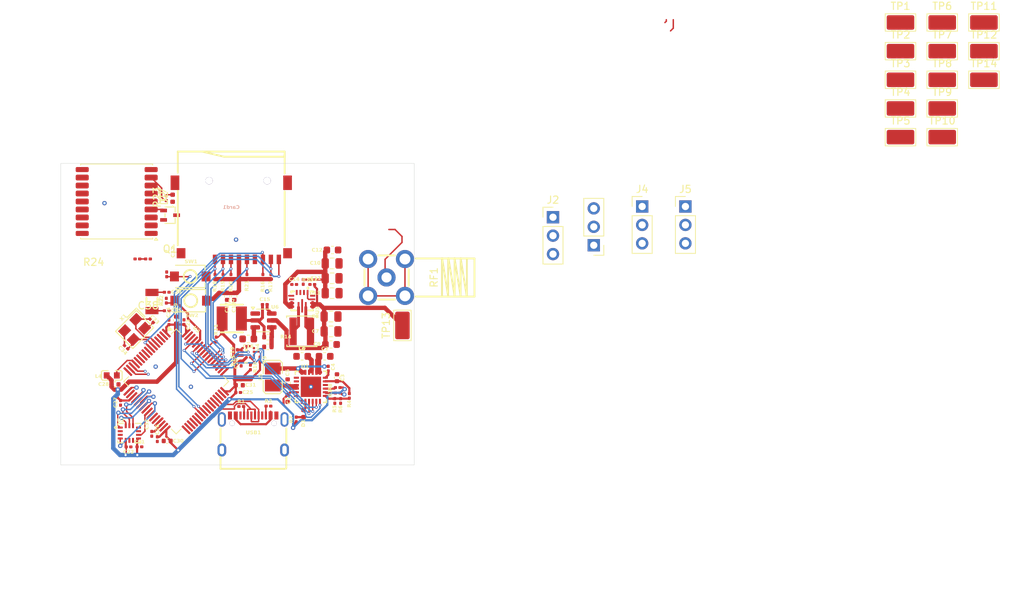
<source format=kicad_pcb>
(kicad_pcb (version 20241229) (generator "pcbnew") (generator_version "9.0")
  (layers (0 "F.Cu" signal) (2 "B.Cu" signal) (13 "F.Paste" user) (15 "B.Paste" user) (5 "F.SilkS" user "F.Silkscreen") (7 "B.SilkS" user "B.Silkscreen") (1 "F.Mask" user) (3 "B.Mask" user) (25 "Edge.Cuts" user))
  (net 0 "")
  (net 1 "VBUS")
  (net 2 "BAT+")
  (net 3 "GND")
  (net 4 "VREGN")
  (net 5 "Net-(U1-BTST)")
  (net 6 "/BTST")
  (net 7 "Net-(C5-Pad1)")
  (net 8 "VSYS")
  (net 9 "+5V")
  (net 10 "Net-(U5-Vaux)")
  (net 11 "Net-(U6-SW)")
  (net 12 "Net-(U6-CB)")
  (net 13 "+3.3V")
  (net 14 "Net-(U3-VCAP_1)")
  (net 15 "/HSE_IN")
  (net 16 "/HSE_OUT")
  (net 17 "/LSE_IN")
  (net 18 "/LSE_OUT")
  (net 19 "/RESET")
  (net 20 "/SD_DAT1")
  (net 21 "/SD_DAT0")
  (net 22 "/SD_CD")
  (net 23 "/SD_DAT2")
  (net 24 "/SD_DAT3")
  (net 25 "/SD_CLK")
  (net 26 "/SD_CMD")
  (net 27 "Net-(D1-K)")
  (net 28 "Net-(D1-A)")
  (net 29 "/SERVO1")
  (net 30 "/SERVO2")
  (net 31 "Net-(U3-VDDA)")
  (net 32 "Net-(U5-L1)")
  (net 33 "Net-(U5-L2)")
  (net 34 "Net-(USB1-CC1)")
  (net 35 "Net-(USB1-CC2)")
  (net 36 "Net-(U1-ILIM)")
  (net 37 "Net-(U1-TS)")
  (net 38 "/BQ_PG")
  (net 39 "/I2C_SDA")
  (net 40 "/I2C_SCL")
  (net 41 "/BQ_INT")
  (net 42 "Net-(U5-EN)")
  (net 43 "Net-(U5-PG)")
  (net 44 "Net-(U6-FB)")
  (net 45 "/BOOT")
  (net 49 "/BQ_CE")
  (net 50 "/ICM_INT1")
  (net 55 "/ICM_CS")
  (net 56 "/ICM_SCK")
  (net 57 "/ICM_INT2")
  (net 59 "/ICM_SDO")
  (net 60 "/ICM_SDI")
  (net 71 "/SERVO4")
  (net 73 "/SERVO3")
  (net 74 "/USB_DP")
  (net 77 "/BMP_INT")
  (net 78 "/USB_DN")
  (net 84 "/UART1_RX")
  (net 85 "/UART3_TX")
  (net 86 "/UART1_TX")
  (net 87 "/UART3_RX")
  (net 88 "/UART6_RX")
  (net 89 "/UART6_TX")
  (net 90 "Net-(C2-Pad1)")
  (net 91 "Net-(C38-Pad2)")
  (net 92 "Net-(D2-A)")
  (net 93 "Net-(D2-K)")
  (net 94 "Net-(RF1-Pad1)")
  (net 95 "/RF")
  (net 99 "Net-(U7-V_BCKP)")
  (net 104 "/PULSE")
  (net 105 "/VCC_RF")
  (footprint "Capacitor_SMD:C_0402_1005Metric" (layer "F.Cu") (at 180.46 118.3 90)
    (property "Reference" "C5")
    (property "Value" "10uF")
  )
  (footprint "Capacitor_SMD:C_0201_0603Metric" (layer "F.Cu") (at 158.2 113.39 135)
    (property "Reference" "C34")
    (property "Value" "20pF")
  )
  (footprint "Resistor_SMD:R_0201_0603Metric" (layer "F.Cu") (at 161.21 101.23)
    (property "Reference" "R24")
    (property "Value" "10")
  )
  (footprint "Resistor_SMD:R_0201_0603Metric" (layer "F.Cu") (at 187.76 120.8 90)
    (property "Reference" "R6")
    (property "Value" "10K")
  )
  (footprint "TestPoint:TestPoint_Keystone_5019_Miniature" (layer "F.Cu") (at 276.42 72.59)
    (property "Reference" "TP12")
    (property "Value" "TestPoint_Flag")
  )
  (footprint "lcsc:CRYSTAL-SMD_4P-L3.2-W2.5-BL" (layer "F.Cu") (at 159.37 110.95 -135)
    (property "Reference" "X1")
    (property "Value" "X322525MOB4SI")
  )
  (footprint "Resistor_SMD:R_0201_0603Metric" (layer "F.Cu") (at 187.36 118.95)
    (property "Reference" "R8")
    (property "Value" "10K")
  )
  (footprint "TestPoint:TestPoint_Keystone_5019_Miniature" (layer "F.Cu") (at 270.67 68.64)
    (property "Reference" "TP6")
    (property "Value" "TestPoint_Flag")
  )
  (footprint "Capacitor_SMD:C_0201_0603Metric" (layer "F.Cu") (at 164.1 109.965 90)
    (property "Reference" "C24")
    (property "Value" "100nF")
  )
  (footprint "Resistor_SMD:R_0201_0603Metric" (layer "F.Cu") (at 163.73 92.85 90)
    (property "Reference" "R23")
    (property "Value" "820")
  )
  (footprint "TestPoint:TestPoint_Keystone_5019_Miniature" (layer "F.Cu") (at 196.28 110.39 90)
    (property "Reference" "TP13")
    (property "Value" "TestPoint_Flag")
  )
  (footprint "TestPoint:TestPoint_Keystone_5019_Miniature" (layer "F.Cu") (at 264.92 72.59)
    (property "Reference" "TP2")
    (property "Value" "TestPoint_Flag")
  )
  (footprint "Resistor_SMD:R_0201_0603Metric" (layer "F.Cu") (at 172.65 103.69 -90)
    (property "Reference" "R20")
    (property "Value" "10K")
  )
  (footprint "RF_GPS:ublox_MAX" (layer "F.Cu") (at 156.9 93.31 180)
    (property "Reference" "U7")
    (property "Value" "MAX-M10S")
  )
  (footprint "lcsc:SOT-323-3_L2.0-W1.3-P1.30-LS2.1-BR" (layer "F.Cu") (at 164.26 95.2 180)
    (property "Reference" "Q1")
    (property "Value" "PDTC114EU,115")
  )
  (footprint "Capacitor_SMD:C_0201_0603Metric" (layer "F.Cu") (at 157.43 121.06 -90)
    (property "Reference" "C27")
    (property "Value" "100nF")
  )
  (footprint "Capacitor_SMD:C_0201_0603Metric" (layer "F.Cu") (at 159.755 101.23)
    (property "Reference" "C38")
    (property "Value" "100nF")
  )
  (footprint "Capacitor_SMD:C_0402_1005Metric" (layer "F.Cu") (at 180.46 120.45 -90)
    (property "Reference" "C1")
    (property "Value" "1uF")
  )
  (footprint "LED_SMD:LED_0402_1005Metric" (layer "F.Cu") (at 164.61 92.8625 90)
    (property "Reference" "D2")
    (property "Value" "LED")
  )
  (footprint "Capacitor_SMD:C_0402_1005Metric" (layer "F.Cu") (at 156.67 118.52)
    (property "Reference" "C28")
    (property "Value" "1uF")
  )
  (footprint "lcsc:USB-C-SMD_TYPE-C-6PIN-2MD-073" (layer "F.Cu") (at 175.71 125.18)
    (property "Reference" "USB1")
    (property "Value" "TYPE-C 16PIN 2MD(073)")
  )
  (footprint "Capacitor_SMD:C_0603_1608Metric" (layer "F.Cu") (at 186.44 113.015)
    (property "Reference" "C9")
    (property "Value" "10uF")
  )
  (footprint "lcsc:VFQFPN-24_L4.0-W4.0-P0.50-BL-EP2.8" (layer "F.Cu") (at 183.66 118.85)
    (property "Reference" "U1")
    (property "Value" "BQ25883RGER")
  )
  (footprint "Capacitor_SMD:C_0201_0603Metric" (layer "F.Cu") (at 173.53 114.07 90)
    (property "Reference" "C19")
    (property "Value" "100nF")
  )
  (footprint "Capacitor_SMD:C_0402_1005Metric" (layer "F.Cu") (at 173.8 118.63)
    (property "Reference" "C31")
    (property "Value" "10uF")
  )
  (footprint "Capacitor_SMD:C_0805_2012Metric" (layer "F.Cu") (at 186.44 109.165)
    (property "Reference" "C8")
    (property "Value" "10uF")
  )
  (footprint "Capacitor_SMD:C_0805_2012Metric" (layer "F.Cu") (at 186.44 111.215)
    (property "Reference" "C7")
    (property "Value" "10uF")
  )
  (footprint "Capacitor_SMD:C_0201_0603Metric" (layer "F.Cu") (at 162.5 126.06 -90)
    (property "Reference" "C26")
    (property "Value" "100nF")
  )
  (footprint "Capacitor_SMD:C_0603_1608Metric" (layer "F.Cu") (at 182.46 114.65 180)
    (property "Reference" "C6")
    (property "Value" "44uF")
  )
  (footprint "LED_SMD:LED_0402_1005Metric" (layer "F.Cu") (at 182.66 122.5325 -90)
    (property "Reference" "D1")
    (property "Value" "LED")
  )
  (footprint "Capacitor_SMD:C_0805_2012Metric" (layer "F.Cu") (at 186.59 101.845)
    (property "Reference" "C10")
    (property "Value" "22uF")
  )
  (footprint "lcsc:SMA-TH_SMA-KWE902" (layer "F.Cu") (at 194.09 103.78 -90)
    (property "Reference" "RF1")
    (property "Value" "SMA-KWE902")
  )
  (footprint "Resistor_SMD:R_0201_0603Metric" (layer "F.Cu") (at 176.655 115.095 -90)
    (property "Reference" "R9")
    (property "Value" "10K")
  )
  (footprint "Connector_PinHeader_2.54mm:PinHeader_1x03_P2.54mm_Vertical" (layer "F.Cu") (at 222.65 99.34 180)
    (property "Reference" "J3" (hide yes))
    (property "Value" "Conn_01x03")
  )
  (footprint "lcsc:LGA-14_L3.0-W2.5-P0.50-TL" (layer "F.Cu") (at 158.65 125.22)
    (property "Reference" "U2")
    (property "Value" "ICM-45686" (hide yes))
  )
  (footprint "lcsc:IND-SMD_L3.0-W3.0" (layer "F.Cu") (at 172.76 109.44)
    (property "Reference" "L7")
    (property "Value" "YHNR3015-5R6M")
  )
  (footprint "Resistor_SMD:R_0201_0603Metric" (layer "F.Cu") (at 181.645 123.35 -90)
    (property "Reference" "R7")
    (property "Value" "10K")
  )
  (footprint "Resistor_SMD:R_0201_0603Metric" (layer "F.Cu") (at 183.855 104.745)
    (property "Reference" "R12")
    (property "Value" "10K")
  )
  (footprint "Capacitor_SMD:C_0402_1005Metric" (layer "F.Cu") (at 163.86 126.31 180)
    (property "Reference" "C30")
    (property "Value" "1uF")
  )
  (footprint "TestPoint:TestPoint_Keystone_5019_Miniature" (layer "F.Cu") (at 276.42 68.64)
    (property "Reference" "TP11")
    (property "Value" "TestPoint_Flag")
  )
  (footprint "Capacitor_SMD:C_0402_1005Metric" (layer "F.Cu") (at 187.26 117.6 90)
    (property "Reference" "C3")
    (property "Value" "10uF")
  )
  (footprint "Resistor_SMD:R_0201_0603Metric" (layer "F.Cu") (at 188.96 120.1 90)
    (property "Reference" "R4")
    (property "Value" "5.23K")
  )
  (footprint "Resistor_SMD:R_0201_0603Metric" (layer "F.Cu") (at 187.37 119.7)
    (property "Reference" "R3")
    (property "Value" "383")
  )
  (footprint "Capacitor_SMD:C_0603_1608Metric" (layer "F.Cu") (at 186.64 99.995)
    (property "Reference" "C12")
    (property "Value" "10uF")
  )
  (footprint "Capacitor_SMD:C_0201_0603Metric" (layer "F.Cu") (at 161.73 125.33 -90)
    (property "Reference" "C32")
    (property "Value" "2.2uF")
  )
  (footprint "Connector_PinHeader_2.54mm:PinHeader_1x03_P2.54mm_Vertical" (layer "F.Cu") (at 217.03 95.48)
    (property "Reference" "J2")
    (property "Value" "Conn_01x03")
  )
  (footprint "lcsc:VQFN-HR-15_L3.0-W2.5-P0.50-BL_TPS63070RNMR" (layer "F.Cu") (at 182.46 106.87 180)
    (property "Reference" "U5")
    (property "Value" "TPS63070RNMR")
  )
  (footprint "lcsc:IND-SMD_L4.0-W4.0-A" (layer "F.Cu") (at 182.41 111.2)
    (property "Reference" "L6")
    (property "Value" "XFL4020-152MEC")
  )
  (footprint "TestPoint:TestPoint_Keystone_5019_Miniature" (layer "F.Cu") (at 276.42 76.54)
    (property "Reference" "TP14")
    (property "Value" "TestPoint_Flag")
  )
  (footprint "Resistor_SMD:R_0201_0603Metric" (layer "F.Cu") (at 177.81 121.5125)
    (property "Reference" "R2")
    (property "Value" "5.1K")
  )
  (footprint "TestPoint:TestPoint_Keystone_5019_Miniature" (layer "F.Cu") (at 264.92 68.64)
    (property "Reference" "TP1")
    (property "Value" "TestPoint_Flag")
  )
  (footprint "Package_QFP:LQFP-64_10x10mm_P0.5mm" (layer "F.Cu") (at 165.1 118.115 -45)
    (property "Reference" "U3")
    (property "Value" "STM32F722RETx")
  )
  (footprint "TestPoint:TestPoint_Keystone_5019_Miniature" (layer "F.Cu") (at 264.92 76.54)
    (property "Reference" "TP3")
    (property "Value" "TestPoint_Flag")
  )
  (footprint "Capacitor_SMD:C_0201_0603Metric" (layer "F.Cu") (at 161.71 109.75 -45)
    (property "Reference" "C33")
    (property "Value" "20pF")
  )
  (footprint "lcsc:L0603" (layer "F.Cu") (at 156.22 117.28 180)
    (property "Reference" "L4")
    (property "Value" "FCM1608KF-601T03")
  )
  (footprint "Capacitor_SMD:C_0201_0603Metric" (layer "F.Cu") (at 174.055 115.645 -90)
    (property "Reference" "C20")
    (property "Value" "100nF")
  )
  (footprint "TestPoint:TestPoint_Keystone_5019_Miniature" (layer "F.Cu") (at 264.92 80.49)
    (property "Reference" "TP4")
    (property "Value" "TestPoint_Flag")
  )
  (footprint "Capacitor_SMD:C_0201_0603Metric" (layer "F.Cu") (at 163.79 103.35 -90)
    (property "Reference" "C37")
    (property "Value" "100nF")
  )
  (footprint "Resistor_SMD:R_0201_0603Metric" (layer "F.Cu") (at 171.55 103.69 -90)
    (property "Reference" "R19")
    (property "Value" "10K")
  )
  (footprint "lcsc:SW-SMD_L3.9-W3.0-P4.45" (layer "F.Cu") (at 167.04 103.64 180)
    (property "Reference" "SW1")
    (property "Value" "TS-1088-AR02016" (hide yes))
  )
  (footprint "Capacitor_SMD:C_0201_0603Metric" (layer "F.Cu") (at 160.03 127.12)
    (property "Reference" "C21")
    (property "Value" "100nF")
  )
  (footprint "Resistor_SMD:R_0201_0603Metric" (layer "F.Cu") (at 178.15 103.69 -90)
    (property "Reference" "R17")
    (property "Value" "10K")
  )
  (footprint "Resistor_SMD:R_0201_0603Metric" (layer "F.Cu") (at 170.45 103.69 -90)
    (property "Reference" "R18")
    (property "Value" "10K")
  )
  (footprint "Resistor_SMD:R_0402_1005Metric" (layer "F.Cu") (at 177.7325 112.0025 180)
    (property "Reference" "R14")
    (property "Value" "100K")
  )
  (footprint "lcsc:L2520" (layer "F.Cu") (at 178.41 117.5 -90)
    (property "Reference" "L5")
    (property "Value" "DFE252012F-1R0M=P2")
  )
  (footprint "Capacitor_SMD:C_0402_1005Metric" (layer "F.Cu") (at 172.12 106.39 -90)
    (property "Reference" "C17")
    (property "Value" "22uF" (hide yes))
  )
  (footprint "TestPoint:TestPoint_Keystone_5019_Miniature" (layer "F.Cu") (at 270.67 76.54)
    (property "Reference" "TP8")
    (property "Value" "TestPoint_Flag")
  )
  (footprint "TestPoint:TestPoint_Keystone_5019_Miniature" (layer "F.Cu") (at 264.92 84.44)
    (property "Reference" "TP5")
    (property "Value" "TestPoint_Flag")
  )
  (footprint "lcsc:FC-135R_L3.2-W1.5" (layer "F.Cu") (at 161.76 107.095 90)
    (property "Reference" "X2")
    (property "Value" "Q13FC1350000400")
  )
  (footprint "lcsc:TF-SMD_TF-01A" (layer "F.Cu") (at 172.69 96.01 180)
    (property "Reference" "Card1")
    (property "Value" "TF-01A")
  )
  (footprint "Capacitor_SMD:C_0201_0603Metric" (layer "F.Cu") (at 186.06 116.35 -90)
    (property "Reference" "C4")
    (property "Value" "47nF")
  )
  (footprint "Resistor_SMD:R_0201_0603Metric" (layer "F.Cu") (at 186.96 120.8 90)
    (property "Reference" "R5")
    (property "Value" "30.1K")
  )
  (footprint "Capacitor_SMD:C_0402_1005Metric" (layer "F.Cu") (at 165.1 109.665 90)
    (property "Reference" "C29")
    (property "Value" "1uF")
  )
  (footprint "Capacitor_SMD:C_0201_0603Metric" (layer "F.Cu") (at 163.795 108.37)
    (property "Reference" "C35")
    (property "Value" "6.8pF")
  )
  (footprint "lcsc:LGA-10_L2.0-W2.0-P0.50-TL_BMP580" (layer "F.Cu") (at 175.03 114.02 90)
    (property "Reference" "U4")
    (property "Value" "BMP580")
  )
  (footprint "Capacitor_SMD:C_0201_0603Metric" (layer "F.Cu") (at 163.795 105.82)
    (property "Reference" "C36")
    (property "Value" "6.8pF")
  )
  (footprint "Package_TO_SOT_SMD:SOT-23-6" (layer "F.Cu") (at 177.1325 109.7025)
    (property "Reference" "U6")
    (property "Value" "LMR51430")
  )
  (footprint "Connector_PinHeader_2.54mm:PinHeader_1x03_P2.54mm_Vertical" (layer "F.Cu") (at 235.28 94)
    (property "Reference" "J5")
    (property "Value" "Conn_01x03")
  )
  (footprint "Resistor_SMD:R_0201_0603Metric" (layer "F.Cu") (at 174.85 103.69 -90)
    (property "Reference" "R21")
    (property "Value" "10K")
  )
  (footprint "TestPoint:TestPoint_Keystone_5019_Miniature" (layer "F.Cu") (at 270.67 84.44)
    (property "Reference" "TP10")
    (property "Value" "TestPoint_Flag")
  )
  (footprint "Capacitor_SMD:C_0201_0603Metric" (layer "F.Cu") (at 181.36 104.745 180)
    (property "Reference" "C14")
    (property "Value" "100nF")
  )
  (footprint "TestPoint:TestPoint_Keystone_5019_Miniature" (layer "F.Cu") (at 270.67 80.49)
    (property "Reference" "TP9")
    (property "Value" "TestPoint_Flag")
  )
  (footprint "Resistor_SMD:R_0402_1005Metric" (layer "F.Cu") (at 177.7325 113.3525)
    (property "Reference" "R15")
    (property "Value" "22.1K")
  )
  (footprint "Capacitor_SMD:C_0201_0603Metric" (layer "F.Cu") (at 166.175 109.94 90)
    (property "Reference" "C23")
    (property "Value" "100nF")
  )
  (footprint "Capacitor_SMD:C_0805_2012Metric" (layer "F.Cu") (at 186.59 103.895)
    (property "Reference" "C11")
    (property "Value" "22uF")
  )
  (footprint "Resistor_SMD:R_0201_0603Metric" (layer "F.Cu") (at 182.61 104.395 -90)
    (property "Reference" "R13")
    (property "Value" "10K")
  )
  (footprint "Capacitor_SMD:C_0201_0603Metric" (layer "F.Cu") (at 158.53 127.13)
    (property "Reference" "C22")
    (property "Value" "100nF")
  )
  (footprint "Resistor_SMD:R_0201_0603Metric" (layer "F.Cu") (at 163.74 106.98 -90)
    (property "Reference" "R22")
    (property "Value" "10K")
  )
  (footprint "Resistor_SMD:R_0201_0603Metric" (layer "F.Cu") (at 174.065 121.5625 180)
    (property "Reference" "R1")
    (property "Value" "5.1K")
  )
  (footprint "Capacitor_SMD:C_0402_1005Metric" (layer "F.Cu") (at 173.1 106.39 -90)
    (property "Reference" "C18")
    (property "Value" "22uF" (hide yes))
  )
  (footprint "Resistor_SMD:R_0201_0603Metric" (layer "F.Cu") (at 170.61 112.325 90)
    (property "Reference" "R11")
    (property "Value" "10K")
  )
  (footprint "Capacitor_SMD:C_0201_0603Metric" (layer "F.Cu") (at 177.3125 107.5025 180)
    (property "Reference" "C15")
    (property "Value" "100nF")
  )
  (footprint "lcsc:SW-SMD_L3.9-W3.0-P4.45" (layer "F.Cu") (at 167.1 106.98 180)
    (property "Reference" "SW2")
    (property "Value" "TS-1088-AR02016" (hide yes))
  )
  (footprint "Capacitor_SMD:C_0805_2012Metric" (layer "F.Cu") (at 186.59 105.945)
    (property "Reference" "C13")
    (property "Value" "22uF")
  )
  (footprint "Capacitor_SMD:C_0201_0603Metric" (layer "F.Cu") (at 173.635 119.63)
    (property "Reference" "C25")
    (property "Value" "100nF" (hide yes))
  )
  (footprint "Resistor_SMD:R_0201_0603Metric" (layer "F.Cu") (at 177.05 103.69 -90)
    (property "Reference" "R16")
    (property "Value" "10K")
  )
  (footprint "Capacitor_SMD:C_0603_1608Metric" (layer "F.Cu") (at 185.56 114.65)
    (property "Reference" "C2")
    (property "Value" "10uF")
  )
  (footprint "Resistor_SMD:R_0201_0603Metric" (layer "F.Cu") (at 175.33 116.17 -90)
    (property "Reference" "R10")
    (property "Value" "10K")
  )
  (footprint "Capacitor_SMD:C_0603_1608Metric" (layer "F.Cu") (at 175.0325 112.2525 180)
    (property "Reference" "C16")
    (property "Value" "2.2uF")
  )
  (footprint "Connector_PinHeader_2.54mm:PinHeader_1x03_P2.54mm_Vertical" (layer "F.Cu") (at 229.32 94)
    (property "Reference" "J4")
    (property "Value" "Conn_01x03")
  )
  (footprint "TestPoint:TestPoint_Keystone_5019_Miniature" (layer "F.Cu") (at 270.67 72.59)
    (property "Reference" "TP7")
    (property "Value" "TestPoint_Flag")
  )
  (gr_rect (start 149.19 88.0675) (end 197.91 129.6175) (stroke (width 0.05)) (fill no) (layer "Edge.Cuts"))
  (segment (start 233.61 68.26) (end 233.61 69.42) (width 0.2) (layer "F.Cu") (net 0))
  (segment (start 233.23 69.8) (end 233.61 69.42) (width 0.2) (layer "F.Cu") (net 0))
  (segment (start 232.65 68.26) (end 232.65 68.46) (width 0.2) (layer "F.Cu") (net 0))
  (segment (start 232.65 68.46) (end 232.46 68.65) (width 0.2) (layer "F.Cu") (net 0))
  (segment (start 173.31 123.348) (end 173.31 122.8) (width 0.3) (layer "F.Cu") (net 1))
  (segment (start 178.11 123.378636) (end 178.11 122.8) (width 0.3) (layer "F.Cu") (net 1))
  (segment (start 173.964 124.002) (end 173.31 123.348) (width 0.3) (layer "F.Cu") (net 1))
  (segment (start 180.46 120.015) (end 180.46 119.97) (width 0.3) (layer "F.Cu") (net 1))
  (segment (start 178.11 122.273) (end 178.11 122.8) (width 0.3) (layer "F.Cu") (net 1))
  (segment (start 178.11 123.378636) (end 177.486636 124.002) (width 0.3) (layer "F.Cu") (net 1))
  (segment (start 180.83 119.6) (end 180.46 119.97) (width 0.3) (layer "F.Cu") (net 1))
  (segment (start 177.486636 124.002) (end 173.964 124.002) (width 0.3) (layer "F.Cu") (net 1))
  (segment (start 179.899 120.531) (end 179.899 121.284) (width 0.3) (layer "F.Cu") (net 1))
  (segment (start 181.66 119.6) (end 180.83 119.6) (width 0.3) (layer "F.Cu") (net 1))
  (segment (start 180.46 119.97) (end 179.899 120.531) (width 0.3) (layer "F.Cu") (net 1))
  (segment (start 185.145 107.755) (end 185.361 107.971) (width 0.6) (layer "F.Cu") (net 2))
  (segment (start 185.361 107.971) (end 193.861 107.971) (width 0.6) (layer "F.Cu") (net 2))
  (segment (start 185.179 113.501) (end 185.665 113.015) (width 0.6) (layer "F.Cu") (net 2))
  (segment (start 184.084 107.5) (end 183.91 107.326) (width 0.6) (layer "F.Cu") (net 2))
  (segment (start 184.89 107.5) (end 184.21 107.5) (width 0.6) (layer "F.Cu") (net 2))
  (segment (start 185.665 111.39) (end 185.49 111.215) (width 0.6) (layer "F.Cu") (net 2))
  (segment (start 184.21 107.5) (end 183.91 107.8) (width 0.6) (layer "F.Cu") (net 2))
  (segment (start 180.309 113.501) (end 185.179 113.501) (width 0.6) (layer "F.Cu") (net 2))
  (segment (start 184.175 104.745) (end 184.175 105.025) (width 0.3) (layer "F.Cu") (net 2))
  (segment (start 185.49 108.1) (end 185.145 107.755) (width 0.6) (layer "F.Cu") (net 2))
  (segment (start 193.861 107.971) (end 196.28 110.39) (width 0.6) (layer "F.Cu") (net 2))
  (segment (start 178.27 109.7025) (end 178.932499 109.7025) (width 0.6) (layer "F.Cu") (net 2))
  (segment (start 178.809 109.7025) (end 178.27 109.7025) (width 0.6) (layer "F.Cu") (net 2))
  (segment (start 184.511 105.361) (end 184.511 107.199) (width 0.3) (layer "F.Cu") (net 2))
  (segment (start 175.8075 112.2525) (end 175.8075 110.84) (width 0.6) (layer "F.Cu") (net 2))
  (segment (start 178.932499 109.7025) (end 180.309 111.079001) (width 0.6) (layer "F.Cu") (net 2))
  (segment (start 185.665 113.015) (end 185.665 111.39) (width 0.6) (layer "F.Cu") (net 2))
  (segment (start 185.145 107.755) (end 184.89 107.5) (width 0.6) (layer "F.Cu") (net 2))
  (segment (start 185.49 111.215) (end 185.49 109.165) (width 0.6) (layer "F.Cu") (net 2))
  (segment (start 185.49 109.165) (end 185.49 108.1) (width 0.6) (layer "F.Cu") (net 2))
  (segment (start 184.511 107.199) (end 184.21 107.5) (width 0.3) (layer "F.Cu") (net 2))
  (segment (start 175.8075 110.84) (end 175.995 110.6525) (width 0.6) (layer "F.Cu") (net 2))
  (segment (start 180.309 111.079001) (end 180.309 113.501) (width 0.6) (layer "F.Cu") (net 2))
  (segment (start 184.175 105.025) (end 184.511 105.361) (width 0.3) (layer "F.Cu") (net 2))
  (segment (start 157.973726 111.144193) (end 157.991142 111.126777) (width 0.2) (layer "F.Cu") (net 3))
  (segment (start 188.267182 119.902818) (end 187.982818 119.902818) (width 0.3) (layer "F.Cu") (net 3))
  (segment (start 174.02 113.75) (end 174.25 113.52) (width 0.3) (layer "F.Cu") (net 3))
  (segment (start 187.78 119.7) (end 187.69 119.7) (width 0.3) (layer "F.Cu") (net 3))
  (segment (start 161.139325 110.773223) (end 161.936274 109.976274) (width 0.2) (layer "F.Cu") (net 3))
  (segment (start 160.748858 110.773223) (end 161.139325 110.773223) (width 0.2) (layer "F.Cu") (net 3))
  (segment (start 157.973726 113.163726) (end 157.973726 111.144193) (width 0.2) (layer "F.Cu") (net 3))
  (segment (start 187.982818 119.902818) (end 187.78 119.7) (width 0.3) (layer "F.Cu") (net 3))
  (segment (start 173.53 113.75) (end 173.98 113.75) (width 0.3) (layer "F.Cu") (net 3))
  (segment (start 173.98 113.75) (end 174.25 114.02) (width 0.3) (layer "F.Cu") (net 3))
  (segment (start 173.53 113.75) (end 174.02 113.75) (width 0.3) (layer "F.Cu") (net 3))
  (via (at 177.64 105.72) (size 0.6) (drill 0.3) (layers "F.Cu" "B.Cu") (net 3))
  (via (at 183.67 118.85) (size 0.6) (drill 0.3) (layers "F.Cu" "B.Cu") (net 3))
  (via (at 173.16 111.9) (size 0.6) (drill 0.3) (layers "F.Cu" "B.Cu") (net 3))
  (via (at 188.267182 119.902818) (size 0.6) (drill 0.3) (layers "F.Cu" "B.Cu") (net 3))
  (via (at 162.27 116.07) (size 0.6) (drill 0.3) (layers "F.Cu" "B.Cu") (net 3))
  (via (at 155.22 93.535) (size 0.6) (drill 0.3) (layers "F.Cu" "B.Cu") (net 3))
  (via (at 167.13 118.85) (size 0.6) (drill 0.3) (layers "F.Cu" "B.Cu") (net 3))
  (via (at 173.35 98.57) (size 0.6) (drill 0.3) (layers "F.Cu" "B.Cu") (net 3))
  (segment (start 185.68 118.08) (end 185.66 118.1) (width 0.3) (layer "F.Cu") (net 4))
  (segment (start 188.96 119.78) (end 188.96 119.04) (width 0.3) (layer "F.Cu") (net 4))
  (segment (start 188 118.08) (end 187.26 118.08) (width 0.3) (layer "F.Cu") (net 4))
  (segment (start 188.96 119.04) (end 188 118.08) (width 0.3) (layer "F.Cu") (net 4))
  (segment (start 187.26 118.08) (end 185.68 118.08) (width 0.3) (layer "F.Cu") (net 4))
  (segment (start 186.06 116.67) (end 186.06 117.2) (width 0.3) (layer "F.Cu") (net 5))
  (segment (start 186.06 117.2) (end 185.66 117.6) (width 0.3) (layer "F.Cu") (net 5))
  (segment (start 186.06 116.03) (end 185.54 116.03) (width 0.3) (layer "F.Cu") (net 6))
  (segment (start 181.9 116.33) (end 178.41 116.33) (width 0.6) (layer "F.Cu") (net 6))
  (segment (start 182.42 116.85) (end 182.75 116.85) (width 0.6) (layer "F.Cu") (net 6))
  (segment (start 185.54 116.03) (end 185.52 116.05) (width 0.3) (layer "F.Cu") (net 6))
  (segment (start 182.42 116.85) (end 181.9 116.33) (width 0.6) (layer "F.Cu") (net 6))
  (via (at 185.52 116.05) (size 0.6) (drill 0.3) (layers "F.Cu" "B.Cu") (net 6))
  (via (at 181.9 116.33) (size 0.6) (drill 0.3) (layers "F.Cu" "B.Cu") (net 6))
  (segment (start 185.52 116.05) (end 182.18 116.05) (width 0.3) (layer "B.Cu") (net 6))
  (segment (start 182.18 116.05) (end 181.9 116.33) (width 0.3) (layer "B.Cu") (net 6))
  (segment (start 178.41 118.67) (end 180.35 118.67) (width 0.6) (layer "F.Cu") (net 7))
  (segment (start 181.621 118.78) (end 181.66 118.741) (width 0.6) (layer "F.Cu") (net 7))
  (segment (start 180.35 118.67) (end 180.46 118.78) (width 0.6) (layer "F.Cu") (net 7))
  (segment (start 180.46 118.78) (end 181.621 118.78) (width 0.6) (layer "F.Cu") (net 7))
  (segment (start 180.7 118.78) (end 180.879 118.959) (width 0.6) (layer "F.Cu") (net 7))
  (segment (start 180.46 118.78) (end 180.7 118.78) (width 0.6) (layer "F.Cu") (net 7))
  (segment (start 180.879 118.959) (end 181.66 118.959) (width 0.6) (layer "F.Cu") (net 7))
  (segment (start 183.75 115.165) (end 183.75 116.69) (width 0.6) (layer "F.Cu") (net 8))
  (segment (start 183.235 114.65) (end 183.75 115.165) (width 0.6) (layer "F.Cu") (net 8))
  (segment (start 183.75 115.165) (end 183.75 116.51) (width 0.6) (layer "F.Cu") (net 8))
  (segment (start 183.75 116.51) (end 183.551 116.709) (width 0.6) (layer "F.Cu") (net 8))
  (segment (start 180.76 107.55) (end 181.01 107.8) (width 0.6) (layer "F.Cu") (net 9))
  (segment (start 180.633 106.3) (end 181.01 106.3) (width 0.2) (layer "F.Cu") (net 9))
  (segment (start 185.64 103.01) (end 185.64 102.685) (width 0.6) (layer "F.Cu") (net 9))
  (segment (start 185.64 103.895) (end 185.64 103.01) (width 0.6) (layer "F.Cu") (net 9))
  (segment (start 180.14 104.703708) (end 181.833708 103.01) (width 0.6) (layer "F.Cu") (net 9))
  (segment (start 185.64 103.895) (end 185.64 105.945) (width 0.6) (layer "F.Cu") (net 9))
  (segment (start 181.833708 103.01) (end 185.64 103.01) (width 0.6) (layer "F.Cu") (net 9))
  (segment (start 181.01 106.3) (end 180.61 106.3) (width 0.2) (layer "F.Cu") (net 9))
  (segment (start 185.47 102.855) (end 185.64 102.685) (width 0.3) (layer "F.Cu") (net 9))
  (segment (start 185.46 104.075) (end 185.64 103.895) (width 0.3) (layer "F.Cu") (net 9))
  (segment (start 180.733 107.8) (end 180.14 107.207) (width 0.6) (layer "F.Cu") (net 9))
  (segment (start 180.14 107.207) (end 180.14 104.703708) (width 0.6) (layer "F.Cu") (net 9))
  (segment (start 181.01 107.8) (end 180.733 107.8) (width 0.6) (layer "F.Cu") (net 9))
  (segment (start 185.64 100.22) (end 185.865 99.995) (width 0.6) (layer "F.Cu") (net 9))
  (segment (start 182.61 104.075) (end 185.46 104.075) (width 0.3) (layer "F.Cu") (net 9))
  (segment (start 185.64 102.685) (end 185.64 101.845) (width 0.6) (layer "F.Cu") (net 9))
  (segment (start 185.64 101.845) (end 185.64 100.22) (width 0.6) (layer "F.Cu") (net 9))
  (segment (start 180.786 107.55) (end 181.01 107.326) (width 0.6) (layer "F.Cu") (net 9))
  (segment (start 174.3525 109.7025) (end 174.09 109.44) (width 0.4) (layer "F.Cu") (net 11))
  (segment (start 176.349468 109.7025) (end 175.995 109.7025) (width 0.4) (layer "F.Cu") (net 11))
  (segment (start 176.9925 109.3175) (end 176.6075 109.7025) (width 0.4) (layer "F.Cu") (net 11))
  (segment (start 176.9925 107.5025) (end 176.9925 109.3175) (width 0.4) (layer "F.Cu") (net 11))
  (segment (start 177.2225 112.0025) (end 177.2225 110.575532) (width 0.4) (layer "F.Cu") (net 11))
  (segment (start 177.2225 110.575532) (end 176.349468 109.7025) (width 0.4) (layer "F.Cu") (net 11))
  (segment (start 175.995 109.7025) (end 174.3525 109.7025) (width 0.4) (layer "F.Cu") (net 11))
  (segment (start 176.6075 109.7025) (end 175.995 109.7025) (width 0.4) (layer "F.Cu") (net 11))
  (segment (start 177.6325 108.115) (end 178.27 108.7525) (width 0.4) (layer "F.Cu") (net 12))
  (segment (start 177.6325 107.5025) (end 177.6325 108.115) (width 0.4) (layer "F.Cu") (net 12))
  (segment (start 173.75 105.62) (end 173.75 101.515) (width 0.6) (layer "F.Cu") (net 13))
  (segment (start 157.05 119.231) (end 156.591001 119.231) (width 0.6) (layer "F.Cu") (net 13))
  (segment (start 162.7783 125.74) (end 162.5 125.74) (width 0.3) (layer "F.Cu") (net 13))
  (segment (start 175.33 116.49) (end 174.03 117.79) (width 0.3) (layer "F.Cu") (net 13))
  (segment (start 173.855001 115.325) (end 173.18 116.000001) (width 0.4) (layer "F.Cu") (net 13))
  (segment (start 163.738819 124.779481) (end 163.738819 125.708819) (width 0.3) (layer "F.Cu") (net 13))
  (segment (start 173.315 119.63) (end 173.315 118.635) (width 0.3) (layer "F.Cu") (net 13))
  (segment (start 174.055 115.325) (end 173.855001 115.325) (width 0.4) (layer "F.Cu") (net 13))
  (segment (start 159.71 127.12) (end 159.71 126.17) (width 0.3) (layer "F.Cu") (net 13))
  (segment (start 174.255 115.325) (end 174.78 114.8) (width 0.4) (layer "F.Cu") (net 13))
  (segment (start 173.315 119.63) (end 173.315 119.76) (width 0.3) (layer "F.Cu") (net 13))
  (segment (start 170.45 104.01) (end 178.15 104.01) (width 0.6) (layer "F.Cu") (net 13))
  (segment (start 171 105.91) (end 170.18 106.73) (width 0.6) (layer "F.Cu") (net 13))
  (segment (start 159.71 128.22) (end 159.74 128.25) (width 0.3) (layer "F.Cu") (net 13))
  (segment (start 163.1 91.46) (end 163.1 92.01) (width 0.2) (layer "F.Cu") (net 13))
  (segment (start 165.1 115.49) (end 165.1 110.145) (width 0.6) (layer "F.Cu") (net 13))
  (segment (start 181.20965 124.5) (end 181.20965 124.10535) (width 0.3) (layer "F.Cu") (net 13))
  (segment (start 163.738819 110.646181) (end 164.1 110.285) (width 0.3) (layer "F.Cu") (net 13))
  (segment (start 172.12 105.91) (end 173.1 105.91) (width 0.6) (layer "F.Cu") (net 13))
  (segment (start 187.68 118.95) (end 188.092182 118.95) (width 0.3) (layer "F.Cu") (net 13))
  (segment (start 173.53 114.39) (end 173.66 114.52) (width 0.4) (layer "F.Cu") (net 13))
  (segment (start 173.029 113.059) (end 171.43 111.46) (width 0.4) (layer "F.Cu") (net 13))
  (segment (start 156.19 117.95) (end 155.52 117.28) (width 0.6) (layer "F.Cu") (net 13))
  (segment (start 165.215 110.26) (end 165.1 110.145) (width 0.3) (layer "F.Cu") (net 13))
  (segment (start 176.655 115.415) (end 176.655 116.52) (width 0.3) (layer "F.Cu") (net 13))
  (segment (start 188.092182 118.95) (end 188.318591 119.176409) (width 0.3) (layer "F.Cu") (net 13))
  (segment (start 163.738819 111.450519) (end 163.738819 110.646181) (width 0.3) (layer "F.Cu") (net 13))
  (segment (start 173.18 116.000001) (end 173.18 114.74) (width 0.4) (layer "F.Cu") (net 13))
  (segment (start 162.2 91.11) (end 161.65 91.11) (width 0.2) (layer "F.Cu") (net 13))
  (segment (start 171.764481 119.476181) (end 172.473819 119.476181) (width 0.3) (layer "F.Cu") (net 13))
  (segment (start 157.51797 119.231) (end 157.05 119.231) (width 0.6) (layer "F.Cu") (net 13))
  (segment (start 159.71 127.12) (end 159.71 128.22) (width 0.3) (layer "F.Cu") (net 13))
  (segment (start 157.02 120.365) (end 157.02 119.261) (width 0.3) (layer "F.Cu") (net 13))
  (segment (start 159.71 126.17) (end 159.91 125.97) (width 0.3) (layer "F.Cu") (net 13))
  (segment (start 164.1 110.285) (end 164.96 110.285) (width 0.3) (layer "F.Cu") (net 13))
  (segment (start 171.43 111.46) (end 171.43 109.44) (width 0.6) (layer "F.Cu") (net 13))
  (segment (start 173.315 119.685) (end 172.43 120.57) (width 0.3) (layer "F.Cu") (net 13))
  (segment (start 173.18 114.74) (end 173.53 114.39) (width 0.4) (layer "F.Cu") (net 13))
  (segment (start 158.21 128.17) (end 158.13 128.25) (width 0.2) (layer "F.Cu") (net 13))
  (segment (start 156.19 118.829999) (end 156.19 118.52) (width 0.6) (layer "F.Cu") (net 13))
  (segment (start 163.73 93.17) (end 163.530001 93.17) (width 0.2) (layer "F.Cu") (net 13))
  (segment (start 173.315 118.635) (end 173.32 118.63) (width 0.3) (layer "F.Cu") (net 13))
  (segment (start 173.18 117.795) (end 174.03 117.795) (width 0.6) (layer "F.Cu") (net 13))
  (segment (start 158.21 127.13) (end 158.21 128.17) (width 0.2) (layer "F.Cu") (net 13))
  (segment (start 156.591001 119.231) (end 156.19 118.829999) (width 0.6) (layer "F.Cu") (net 13))
  (segment (start 172.473819 119.476181) (end 173.32 118.63) (width 0.3) (layer "F.Cu") (net 13))
  (segment (start 166.175 110.26) (end 165.215 110.26) (width 0.3) (layer "F.Cu") (net 13))
  (segment (start 164.34 126.55) (end 165.3775 127.5875) (width 0.3) (layer "F.Cu") (net 13))
  (segment (start 173.18 117.795) (end 173.18 118.49) (width 0.4) (layer "F.Cu") (net 13))
  (segment (start 170.18 106.73) (end 169.53 106.73) (width 0.6) (layer "F.Cu") (net 13))
  (segment (start 170.61 112.005) (end 170.885 112.005) (width 0.2) (layer "F.Cu") (net 13))
  (segment (start 164.34 126.31) (end 164.34 126.55) (width 0.3) (layer "F.Cu") (net 13))
  (segment (start 163.738819 124.779481) (end 162.7783 125.74) (width 0.3) (layer "F.Cu") (net 13))
  (segment (start 166.461181 110.546181) (end 166.175 110.26) (width 0.3) (layer "F.Cu") (net 13))
  (segment (start 173.46 105.91) (end 173.75 105.62) (width 0.6) (layer "F.Cu") (net 13))
  (segment (start 169.53 106.73) (end 169.28 106.98) (width 0.6) (layer "F.Cu") (net 13))
  (segment (start 162.45 118.14) (end 165.1 115.49) (width 0.6) (layer "F.Cu") (net 13))
  (segment (start 170.885 112.005) (end 171.43 111.46) (width 0.2) (layer "F.Cu") (net 13))
  (segment (start 173.18 118.49) (end 173.32 118.63) (width 0.4) (layer "F.Cu") (net 13))
  (segment (start 163.530001 93.17) (end 163.1 92.739999) (width 0.2) (layer "F.Cu") (net 13))
  (segment (start 163.1 92.739999) (end 163.1 92.01) (width 0.2) (layer "F.Cu") (net 13))
  (segment (start 173.66 114.52) (end 174.25 114.52) (width 0.4) (layer "F.Cu") (net 13))
  (segment (start 157.02 120.365) (end 157.055 120.365) (width 0.3) (layer "F.Cu") (net 13))
  (segment (start 174.03 117.79) (end 174.03 117.795) (width 0.3) (layer "F.Cu") (net 13))
  (segment (start 176.655 116.52) (end 175.38 117.795) (width 0.3) (layer "F.Cu") (net 13))
  (segment (start 157.43 120.74) (end 158.585912 120.74) (width 0.3) (layer "F.Cu") (net 13))
  (segment (start 157.02 119.261) (end 157.05 119.231) (width 0.3) (layer "F.Cu") (net 13))
  (segment (start 158.15 126.23) (end 158.15 127.15916) (width 0.3) (layer "F.Cu") (net 13))
  (segment (start 173.18 116.000001) (end 173.18 117.795) (width 0.4) (layer "F.Cu") (net 13))
  (segment (start 171 105.91) (end 172.12 105.91) (width 0.6) (layer "F.Cu") (net 13))
  (segment (start 173.18 114.74) (end 173.029 114.589) (width 0.4) (layer "F.Cu") (net 13))
  (segment (start 163.1 92.01) (end 162.2 91.11) (width 0.2) (layer "F.Cu") (net 13))
  (segment (start 161.65 90.01) (end 163.1 91.46) (width 0.2) (layer "F.Cu") (net 13))
  (segment (start 158.585912 120.74) (end 159.142625 120.183287) (width 0.3) (layer "F.Cu") (net 13))
  (segment (start 173.029 114.589) (end 173.029 113.059) (width 0.4) (layer "F.Cu") (net 13))
  (segment (start 163.738819 125.708819) (end 164.34 126.31) (width 0.3) (layer "F.Cu") (net 13))
  (segment (start 156.19 118.52) (end 156.19 117.95) (width 0.6) (layer "F.Cu") (net 13))
  (segment (start 164.96 110.285) (end 165.1 110.145) (width 0.3) (layer "F.Cu") (net 13))
  (segment (start 181.20965 124.10535) (end 181.645 123.67) (width 0.3) (layer "F.Cu") (net 13))
  (segment (start 173.1 105.91) (end 173.46 105.91) (width 0.6) (layer "F.Cu") (net 13))
  (segment (start 157.055 120.365) (end 157.43 120.74) (width 0.3) (layer "F.Cu") (net 13))
  (segment (start 158.60897 118.14) (end 157.51797 119.231) (width 0.6) (layer "F.Cu") (net 13))
  (segment (start 174.03 117.795) (end 175.38 117.795) (width 0.6) (layer "F.Cu") (net 13))
  (segment (start 173.315 119.63) (end 173.315 119.685) (width 0.3) (layer "F.Cu") (net 13))
  (segment (start 166.461181 111.450519) (end 166.461181 110.546181) (width 0.3) (layer "F.Cu") (net 13))
  (segment (start 162.45 118.14) (end 158.60897 118.14) (width 0.6) (layer "F.Cu") (net 13))
  (segment (start 174.055 115.325) (end 174.255 115.325) (width 0.4) (layer "F.Cu") (net 13))
  (via (at 172.43 120.57) (size 0.6) (drill 0.3) (layers "F.Cu" "B.Cu") (net 13))
  (via (at 188.318591 119.176409) (size 0.6) (drill 0.3) (layers "F.Cu" "B.Cu") (net 13))
  (via (at 158.13 128.25) (size 0.6) (drill 0.3) (layers "F.Cu" "B.Cu") (net 13))
  (via (at 157.05 119.231) (size 0.6) (drill 0.3) (layers "F.Cu" "B.Cu") (net 13))
  (via (at 181.20965 124.5) (size 0.6) (drill 0.3) (layers "F.Cu" "B.Cu") (net 13))
  (via (at 165.3775 127.5875) (size 0.6) (drill 0.3) (layers "F.Cu" "B.Cu") (net 13))
  (via (at 159.74 128.25) (size 0.6) (drill 0.3) (layers "F.Cu" "B.Cu") (net 13))
  (segment (start 183.81 123.46) (end 182.24965 123.46) (width 0.3) (layer "B.Cu") (net 13))
  (segment (start 170.17 122.83) (end 170.135 122.83) (width 0.6) (layer "B.Cu") (net 13))
  (segment (start 185.92 120.29) (end 185.92 121.35) (width 0.3) (layer "B.Cu") (net 13))
  (segment (start 179.09 120.57) (end 172.43 120.57) (width 0.3) (layer "B.Cu") (net 13))
  (segment (start 181.20965 122.68965) (end 179.09 120.57) (width 0.3) (layer "B.Cu") (net 13))
  (segment (start 157.36 128.25) (end 164.715 128.25) (width 0.6) (layer "B.Cu") (net 13))
  (segment (start 156.43 127.32) (end 157.36 128.25) (width 0.6) (layer "B.Cu") (net 13))
  (segment (start 157.05 119.85) (end 156.43 120.47) (width 0.6) (layer "B.Cu") (net 13))
  (segment (start 182.24965 123.46) (end 181.20965 124.5) (width 0.3) (layer "B.Cu") (net 13))
  (segment (start 187.716182 119.674586) (end 186.535414 119.674586) (width 0.3) (layer "B.Cu") (net 13))
  (segment (start 186.535414 119.674586) (end 185.92 120.29) (width 0.3) (layer "B.Cu") (net 13))
  (segment (start 188.318591 119.176409) (end 188.214359 119.176409) (width 0.3) (layer "B.Cu") (net 13))
  (segment (start 181.20965 124.5) (end 181.20965 122.68965) (width 0.3) (layer "B.Cu") (net 13))
  (segment (start 188.214359 119.176409) (end 187.716182 119.674586) (width 0.3) (layer "B.Cu") (net 13))
  (segment (start 164.715 128.25) (end 165.3775 127.5875) (width 0.6) (layer "B.Cu") (net 13))
  (segment (start 170.135 122.83) (end 165.3775 127.5875) (width 0.6) (layer "B.Cu") (net 13))
  (segment (start 185.92 121.35) (end 183.81 123.46) (width 0.3) (layer "B.Cu") (net 13))
  (segment (start 172.43 120.57) (end 170.17 122.83) (width 0.6) (layer "B.Cu") (net 13))
  (segment (start 157.05 119.231) (end 157.05 119.85) (width 0.6) (layer "B.Cu") (net 13))
  (segment (start 156.43 120.47) (end 156.43 127.32) (width 0.6) (layer "B.Cu") (net 13))
  (segment (start 162.094088 125.01) (end 163.031713 124.072375) (width 0.3) (layer "F.Cu") (net 14))
  (segment (start 161.73 125.01) (end 162.094088 125.01) (width 0.3) (layer "F.Cu") (net 14))
  (segment (start 161.483726 109.523726) (end 159.594193 109.523726) (width 0.2) (layer "F.Cu") (net 15))
  (segment (start 159.546777 110.84535) (end 160.729285 112.027858) (width 0.2) (layer "F.Cu") (net 15))
  (segment (start 161.487732 112.027858) (end 162.324606 112.864732) (width 0.2) (layer "F.Cu") (net 15))
  (segment (start 159.744193 109.373726) (end 159.546777 109.571142) (width 0.2) (layer "F.Cu") (net 15))
  (segment (start 160.729285 112.027858) (end 161.487732 112.027858) (width 0.2) (layer "F.Cu") (net 15))
  (segment (start 159.546777 109.571142) (end 159.546777 110.84535) (width 0.2) (layer "F.Cu") (net 15))
  (segment (start 159.594193 109.523726) (end 159.546777 109.571142) (width 0.2) (layer "F.Cu") (net 15))
  (segment (start 161.971052 113.218286) (end 161.953286 113.218286) (width 0.2) (layer "F.Cu") (net 16))
  (segment (start 161.081624 112.328858) (end 161.971052 113.218286) (width 0.2) (layer "F.Cu") (net 16))
  (segment (start 158.426274 113.616274) (end 159.193223 112.849325) (width 0.2) (layer "F.Cu") (net 16))
  (segment (start 159.193223 112.328858) (end 161.081624 112.328858) (width 0.2) (layer "F.Cu") (net 16))
  (segment (start 159.193223 112.849325) (end 159.193223 112.328858) (width 0.2) (layer "F.Cu") (net 16))
  (segment (start 161.785 108.37) (end 161.76 108.345) (width 0.2) (layer "F.Cu") (net 17))
  (segment (start 163.475 108.37) (end 161.785 108.37) (width 0.2) (layer "F.Cu") (net 17))
  (segment (start 161.785 105.82) (end 161.76 105.845) (width 0.2) (layer "F.Cu") (net 18))
  (segment (start 163.475 105.82) (end 161.785 105.82) (width 0.2) (layer "F.Cu") (net 18))
  (segment (start 166.985 103.67) (end 167.015 103.64) (width 0.2) (layer "F.Cu") (net 19))
  (segment (start 160.81283 112.76717) (end 161.617499 113.571839) (width 0.2) (layer "F.Cu") (net 19))
  (segment (start 163.79 103.67) (end 166.985 103.67) (width 0.2) (layer "F.Cu") (net 19))
  (via (at 167.015 103.64) (size 0.4) (drill 0.2) (layers "F.Cu" "B.Cu") (net 19))
  (via (at 160.81283 112.76717) (size 0.4) (drill 0.2) (layers "F.Cu" "B.Cu") (net 19))
  (segment (start 167.015 103.64) (end 164.849 105.806) (width 0.2) (layer "B.Cu") (net 19))
  (segment (start 164.849 105.806) (end 164.849 108.731) (width 0.2) (layer "B.Cu") (net 19))
  (segment (start 164.849 108.731) (end 160.81283 112.76717) (width 0.2) (layer "B.Cu") (net 19))
  (segment (start 178.15 101.515) (end 178.15 102.565) (width 0.2) (layer "F.Cu") (net 20))
  (segment (start 178.15 102.565) (end 178.15 103.37) (width 0.2) (layer "F.Cu") (net 20))
  (segment (start 168.936054 122.304608) (end 168.936054 122.301054) (width 0.2) (layer "F.Cu") (net 20))
  (segment (start 168.936054 122.301054) (end 168.175 121.54) (width 0.2) (layer "F.Cu") (net 20))
  (via (at 168.175 121.54) (size 0.4) (drill 0.2) (layers "F.Cu" "B.Cu") (net 20))
  (via (at 178.15 102.59) (size 0.4) (drill 0.2) (layers "F.Cu" "B.Cu") (net 20))
  (segment (start 171.085 100.865) (end 176.425 100.865) (width 0.2) (layer "B.Cu") (net 20))
  (segment (start 165.47 106.48) (end 171.085 100.865) (width 0.2) (layer "B.Cu") (net 20))
  (segment (start 165.47 118.835) (end 165.47 106.48) (width 0.2) (layer "B.Cu") (net 20))
  (segment (start 176.425 100.865) (end 178.15 102.59) (width 0.2) (layer "B.Cu") (net 20))
  (segment (start 168.175 121.54) (end 165.47 118.835) (width 0.2) (layer "B.Cu") (net 20))
  (segment (start 167.55 121.565) (end 167.55 121.62566) (width 0.2) (layer "F.Cu") (net 21))
  (segment (start 177.05 101.515) (end 177.05 100.39) (width 0.2) (layer "F.Cu") (net 21))
  (segment (start 177.05 100.39) (end 176.975 100.315) (width 0.2) (layer "F.Cu") (net 21))
  (segment (start 177.05 102.565) (end 177.05 103.37) (width 0.2) (layer "F.Cu") (net 21))
  (segment (start 177.05 101.515) (end 177.05 102.565) (width 0.2) (layer "F.Cu") (net 21))
  (segment (start 167.55 121.62566) (end 168.582501 122.658161) (width 0.2) (layer "F.Cu") (net 21))
  (via (at 167.55 121.565) (size 0.4) (drill 0.2) (layers "F.Cu" "B.Cu") (net 21))
  (via (at 176.975 100.315) (size 0.4) (drill 0.2) (layers "F.Cu" "B.Cu") (net 21))
  (segment (start 176.975 100.315) (end 176.825 100.465) (width 0.2) (layer "B.Cu") (net 21))
  (segment (start 165.169 106.431) (end 165.15 106.45) (width 0.2) (layer "B.Cu") (net 21))
  (segment (start 176.825 100.465) (end 171.135 100.465) (width 0.2) (layer "B.Cu") (net 21))
  (segment (start 165.15 119.165) (end 167.55 121.565) (width 0.2) (layer "B.Cu") (net 21))
  (segment (start 170.960322 100.564) (end 165.169 106.355322) (width 0.2) (layer "B.Cu") (net 21))
  (segment (start 171.036 100.564) (end 170.960322 100.564) (width 0.2) (layer "B.Cu") (net 21))
  (segment (start 171.135 100.465) (end 171.036 100.564) (width 0.2) (layer "B.Cu") (net 21))
  (segment (start 165.169 106.355322) (end 165.169 106.431) (width 0.2) (layer "B.Cu") (net 21))
  (segment (start 165.15 106.45) (end 165.15 119.165) (width 0.2) (layer "B.Cu") (net 21))
  (segment (start 179.25 103.64) (end 179.25 101.515) (width 0.2) (layer "F.Cu") (net 22))
  (segment (start 167.55 116.74) (end 167.55 116.72566) (width 0.2) (layer "F.Cu") (net 22))
  (segment (start 167.55 116.72566) (end 169.643161 114.632499) (width 0.2) (layer "F.Cu") (net 22))
  (via (at 179.25 103.64) (size 0.4) (drill 0.2) (layers "F.Cu" "B.Cu") (net 22))
  (via (at 167.55 116.74) (size 0.4) (drill 0.2) (layers "F.Cu" "B.Cu") (net 22))
  (segment (start 165.78 114.97) (end 165.78 106.69) (width 0.2) (layer "B.Cu") (net 22))
  (segment (start 176.175 101.29) (end 178.525 103.64) (width 0.2) (layer "B.Cu") (net 22))
  (segment (start 165.78 106.69) (end 171.18 101.29) (width 0.2) (layer "B.Cu") (net 22))
  (segment (start 171.18 101.29) (end 176.175 101.29) (width 0.2) (layer "B.Cu") (net 22))
  (segment (start 178.525 103.64) (end 179.25 103.64) (width 0.2) (layer "B.Cu") (net 22))
  (segment (start 167.55 116.74) (end 165.78 114.97) (width 0.2) (layer "B.Cu") (net 22))
  (segment (start 170.45 102.59) (end 170.45 103.37) (width 0.2) (layer "F.Cu") (net 23))
  (segment (start 170.45 101.515) (end 170.45 102.59) (width 0.2) (layer "F.Cu") (net 23))
  (segment (start 171.95 115.14) (end 171.95 115.154088) (width 0.2) (layer "F.Cu") (net 23))
  (segment (start 171.95 115.154088) (end 171.057375 116.046713) (width 0.2) (layer "F.Cu") (net 23))
  (via (at 171.95 115.14) (size 0.4) (drill 0.2) (layers "F.Cu" "B.Cu") (net 23))
  (via (at 170.45 102.59) (size 0.4) (drill 0.2) (layers "F.Cu" "B.Cu") (net 23))
  (segment (start 171.05 115.14) (end 171.95 115.14) (width 0.2) (layer "B.Cu") (net 23))
  (segment (start 170.45 102.59) (end 169.18 103.86) (width 0.2) (layer "B.Cu") (net 23))
  (segment (start 169.18 113.27) (end 171.05 115.14) (width 0.2) (layer "B.Cu") (net 23))
  (segment (start 169.18 103.86) (end 169.18 113.27) (width 0.2) (layer "B.Cu") (net 23))
  (segment (start 171.55 101.515) (end 171.55 102.615) (width 0.2) (layer "F.Cu") (net 24))
  (segment (start 170.703821 115.693159) (end 170.703821 115.663576) (width 0.2) (layer "F.Cu") (net 24))
  (segment (start 171.55 102.615) (end 171.55 103.37) (width 0.2) (layer "F.Cu") (net 24))
  (segment (start 170.703821 115.663576) (end 171.627397 114.74) (width 0.2) (layer "F.Cu") (net 24))
  (via (at 171.55 102.59) (size 0.4) (drill 0.2) (layers "F.Cu" "B.Cu") (net 24))
  (via (at 171.627397 114.74) (size 0.4) (drill 0.2) (layers "F.Cu" "B.Cu") (net 24))
  (segment (start 169.481 104.659) (end 169.481 112.946) (width 0.2) (layer "B.Cu") (net 24))
  (segment (start 171.275 114.74) (end 171.627397 114.74) (width 0.2) (layer "B.Cu") (net 24))
  (segment (start 171.55 102.59) (end 169.481 104.659) (width 0.2) (layer "B.Cu") (net 24))
  (segment (start 169.481 112.946) (end 171.275 114.74) (width 0.2) (layer "B.Cu") (net 24))
  (segment (start 174.85 101.515) (end 174.85 102.565) (width 0.2) (layer "F.Cu") (net 25))
  (segment (start 171.54 114.185) (end 171.43633 114.28867) (width 0.2) (layer "F.Cu") (net 25))
  (segment (start 171.43633 114.28867) (end 171.401204 114.28867) (width 0.2) (layer "F.Cu") (net 25))
  (segment (start 171.401204 114.28867) (end 170.350268 115.339606) (width 0.2) (layer "F.Cu") (net 25))
  (segment (start 174.85 102.565) (end 174.85 103.37) (width 0.2) (layer "F.Cu") (net 25))
  (via (at 171.54 114.185) (size 0.4) (drill 0.2) (layers "F.Cu" "B.Cu") (net 25))
  (via (at 174.85 102.59) (size 0.4) (drill 0.2) (layers "F.Cu" "B.Cu") (net 25))
  (segment (start 171.631 114.094) (end 171.54 114.185) (width 0.2) (layer "B.Cu") (net 25))
  (segment (start 171.631 113.586666) (end 171.631 114.094) (width 0.2) (layer "B.Cu") (net 25))
  (segment (start 170.19 112.145666) (end 171.631 113.586666) (width 0.2) (layer "B.Cu") (net 25))
  (segment (start 174.85 102.59) (end 170.19 107.25) (width 0.2) (layer "B.Cu") (net 25))
  (segment (start 170.19 107.25) (end 170.19 112.145666) (width 0.2) (layer "B.Cu") (net 25))
  (segment (start 172.65 102.615) (end 172.65 103.37) (width 0.2) (layer "F.Cu") (net 26))
  (segment (start 172.65 101.515) (end 172.65 102.615) (width 0.2) (layer "F.Cu") (net 26))
  (segment (start 171.23 113.752766) (end 169.996714 114.986052) (width 0.2) (layer "F.Cu") (net 26))
  (via (at 172.65 102.59) (size 0.4) (drill 0.2) (layers "F.Cu" "B.Cu") (net 26))
  (via (at 171.23 113.752766) (size 0.4) (drill 0.2) (layers "F.Cu" "B.Cu") (net 26))
  (segment (start 169.89 105.35) (end 169.89 112.412766) (width 0.2) (layer "B.Cu") (net 26))
  (segment (start 172.65 102.59) (end 169.89 105.35) (width 0.2) (layer "B.Cu") (net 26))
  (segment (start 169.89 112.412766) (end 171.23 113.752766) (width 0.2) (layer "B.Cu") (net 26))
  (segment (start 182.91 120.85) (end 182.91 121.7975) (width 0.3) (layer "F.Cu") (net 27))
  (segment (start 182.91 121.7975) (end 182.66 122.0475) (width 0.3) (layer "F.Cu") (net 27))
  (segment (start 182.6475 123.03) (end 182.66 123.0175) (width 0.3) (layer "F.Cu") (net 28))
  (segment (start 181.645 123.03) (end 182.6475 123.03) (width 0.3) (layer "F.Cu") (net 28))
  (segment (start 159.785912 116.69) (end 160.8 116.69) (width 0.2) (layer "F.Cu") (net 29))
  (segment (start 160.8 116.69) (end 160.825 116.715) (width 0.2) (layer "F.Cu") (net 29))
  (segment (start 159.142625 116.046713) (end 159.785912 116.69) (width 0.2) (layer "F.Cu") (net 29))
  (via (at 160.825 116.715) (size 0.4) (drill 0.2) (layers "F.Cu" "B.Cu") (net 29))
  (segment (start 161.249 117.116) (end 161.25 117.115) (width 0.2) (layer "F.Cu") (net 30))
  (segment (start 159.504806 117.116) (end 161.249 117.116) (width 0.2) (layer "F.Cu") (net 30))
  (segment (start 158.789072 116.400266) (end 159.504806 117.116) (width 0.2) (layer "F.Cu") (net 30))
  (via (at 161.25 117.115) (size 0.4) (drill 0.2) (layers "F.Cu" "B.Cu") (net 30))
  (segment (start 161.25 117.115) (end 161.3 117.065) (width 0.2) (layer "B.Cu") (net 30))
  (segment (start 156.92 117.28) (end 156.92 116.65) (width 0.2) (layer "F.Cu") (net 31))
  (segment (start 159.024256 115.221236) (end 159.496179 115.693159) (width 0.2) (layer "F.Cu") (net 31))
  (segment (start 158.348764 115.221236) (end 159.024256 115.221236) (width 0.2) (layer "F.Cu") (net 31))
  (segment (start 156.92 116.65) (end 158.348764 115.221236) (width 0.2) (layer "F.Cu") (net 31))
  (segment (start 182.96 110.55) (end 183.61 111.2) (width 0.4) (layer "F.Cu") (net 32))
  (segment (start 182.96 107.89) (end 182.96 110.55) (width 0.4) (layer "F.Cu") (net 32))
  (segment (start 181.96 107.89) (end 181.96 110.45) (width 0.4) (layer "F.Cu") (net 33))
  (segment (start 181.96 110.45) (end 181.21 111.2) (width 0.4) (layer "F.Cu") (net 33))
  (segment (start 174.46 121.6375) (end 174.385 121.5625) (width 0.2) (layer "F.Cu") (net 34))
  (segment (start 174.46 122.8) (end 174.46 121.6375) (width 0.2) (layer "F.Cu") (net 34))
  (segment (start 177.46 122.8) (end 177.46 121.5425) (width 0.2) (layer "F.Cu") (net 35))
  (segment (start 177.46 121.5425) (end 177.49 121.5125) (width 0.2) (layer "F.Cu") (net 35))
  (segment (start 185.66 119.6) (end 185.76 119.7) (width 0.3) (layer "F.Cu") (net 36))
  (segment (start 185.76 119.7) (end 186.94 119.7) (width 0.3) (layer "F.Cu") (net 36))
  (segment (start 186.04 120.48) (end 185.66 120.1) (width 0.3) (layer "F.Cu") (net 37))
  (segment (start 188.9 120.48) (end 188.96 120.42) (width 0.3) (layer "F.Cu") (net 37))
  (segment (start 186.67 120.48) (end 186.31 120.48) (width 0.3) (layer "F.Cu") (net 37))
  (segment (start 186.31 120.48) (end 186.04 120.48) (width 0.3) (layer "F.Cu") (net 37))
  (segment (start 186.96 120.48) (end 186.67 120.48) (width 0.3) (layer "F.Cu") (net 37))
  (segment (start 187.76 120.48) (end 188.9 120.48) (width 0.3) (layer "F.Cu") (net 37))
  (segment (start 186.67 120.48) (end 187.76 120.48) (width 0.3) (layer "F.Cu") (net 37))
  (segment (start 186.89 119.1) (end 187.04 118.95) (width 0.3) (layer "F.Cu") (net 38))
  (segment (start 185.66 119.1) (end 186.89 119.1) (width 0.3) (layer "F.Cu") (net 38))
  (segment (start 176.73 114.7) (end 176.655 114.775) (width 0.2) (layer "F.Cu") (net 39))
  (segment (start 167.3 114.14) (end 168.221714 113.218286) (width 0.2) (layer "F.Cu") (net 39))
  (segment (start 183.91 122.24) (end 183.92 122.25) (width 0.2) (layer "F.Cu") (net 39))
  (segment (start 167.3 114.165) (end 167.3 114.14) (width 0.2) (layer "F.Cu") (net 39))
  (segment (start 176.73 114.02) (end 176.73 114.7) (width 0.2) (layer "F.Cu") (net 39))
  (segment (start 176.73 114.02) (end 175.81 114.02) (width 0.2) (layer "F.Cu") (net 39))
  (segment (start 183.91 120.85) (end 183.91 122.24) (width 0.2) (layer "F.Cu") (net 39))
  (segment (start 168.221714 113.218286) (end 168.228948 113.218286) (width 0.2) (layer "F.Cu") (net 39))
  (via (at 176.73 114.02) (size 0.4) (drill 0.2) (layers "F.Cu" "B.Cu") (net 39))
  (via (at 183.92 122.25) (size 0.4) (drill 0.2) (layers "F.Cu" "B.Cu") (net 39))
  (via (at 167.3 114.165) (size 0.4) (drill 0.2) (layers "F.Cu" "B.Cu") (net 39))
  (segment (start 167.3 114.165) (end 167.3 114.265) (width 0.2) (layer "B.Cu") (net 39))
  (segment (start 183.92 122.25) (end 183.69 122.25) (width 0.2) (layer "B.Cu") (net 39))
  (segment (start 172.82 116.22) (end 173.494 115.546) (width 0.2) (layer "B.Cu") (net 39))
  (segment (start 169.255 116.22) (end 171.68 116.22) (width 0.2) (layer "B.Cu") (net 39))
  (segment (start 176.73 115.29) (end 176.73 114.8371) (width 0.2) (layer "B.Cu") (net 39))
  (segment (start 183.69 122.25) (end 176.73 115.29) (width 0.2) (layer "B.Cu") (net 39))
  (segment (start 169.655 116.22) (end 169.255 116.22) (width 0.2) (layer "B.Cu") (net 39))
  (segment (start 176.0211 115.546) (end 176.73 114.8371) (width 0.2) (layer "B.Cu") (net 39))
  (segment (start 167.3 114.265) (end 169.255 116.22) (width 0.2) (layer "B.Cu") (net 39))
  (segment (start 173.494 115.546) (end 176.0211 115.546) (width 0.2) (layer "B.Cu") (net 39))
  (segment (start 171.68 116.22) (end 172.82 116.22) (width 0.2) (layer "B.Cu") (net 39))
  (segment (start 176.73 114.8371) (end 176.73 114.02) (width 0.2) (layer "B.Cu") (net 39))
  (segment (start 175.625 115.145) (end 175.28 114.8) (width 0.2) (layer "F.Cu") (net 40))
  (segment (start 167.90717 114.24717) (end 168.582501 113.571839) (width 0.2) (layer "F.Cu") (net 40))
  (segment (start 184.41 120.85) (end 184.41 121.665) (width 0.2) (layer "F.Cu") (net 40))
  (segment (start 184.41 121.665) (end 184.42 121.675) (width 0.2) (layer "F.Cu") (net 40))
  (segment (start 175.855 115.145) (end 175.625 115.145) (width 0.2) (layer "F.Cu") (net 40))
  (segment (start 175.855 115.325) (end 175.33 115.85) (width 0.2) (layer "F.Cu") (net 40))
  (segment (start 175.855 115.145) (end 175.855 115.325) (width 0.2) (layer "F.Cu") (net 40))
  (via (at 175.855 115.145) (size 0.4) (drill 0.2) (layers "F.Cu" "B.Cu") (net 40))
  (via (at 184.42 121.675) (size 0.4) (drill 0.2) (layers "F.Cu" "B.Cu") (net 40))
  (via (at 167.90717 114.24717) (size 0.4) (drill 0.2) (layers "F.Cu" "B.Cu") (net 40))
  (segment (start 173.674678 114.471) (end 172.303678 115.842) (width 0.2) (layer "B.Cu") (net 40))
  (segment (start 184.42 121.675) (end 183.540678 121.675) (width 0.2) (layer "B.Cu") (net 40))
  (segment (start 175.855 115.0479) (end 175.2781 114.471) (width 0.2) (layer "B.Cu") (net 40))
  (segment (start 175.855 114.3279) (end 175.855 115.145) (width 0.2) (layer "B.Cu") (net 40))
  (segment (start 172.303678 115.842) (end 169.502 115.842) (width 0.2) (layer "B.Cu") (net 40))
  (segment (start 167.90717 114.24717) (end 167.94467 114.28467) (width 0.2) (layer "B.Cu") (net 40))
  (segment (start 183.540678 121.675) (end 177.131 115.265322) (width 0.2) (layer "B.Cu") (net 40))
  (segment (start 177.131 113.8539) (end 176.8961 113.619) (width 0.2) (layer "B.Cu") (net 40))
  (segment (start 175.2781 114.471) (end 173.674678 114.471) (width 0.2) (layer "B.Cu") (net 40))
  (segment (start 177.131 115.265322) (end 177.131 113.8539) (width 0.2) (layer "B.Cu") (net 40))
  (segment (start 169.502 115.842) (end 167.90717 114.24717) (width 0.2) (layer "B.Cu") (net 40))
  (segment (start 175.855 115.145) (end 175.855 115.0479) (width 0.2) (layer "B.Cu") (net 40))
  (segment (start 176.8961 113.619) (end 176.5639 113.619) (width 0.2) (layer "B.Cu") (net 40))
  (segment (start 167.94467 114.28467) (end 167.94467 114.30967) (width 0.2) (layer "B.Cu") (net 40))
  (segment (start 176.5639 113.619) (end 175.855 114.3279) (width 0.2) (layer "B.Cu") (net 40))
  (segment (start 168.936054 113.925392) (end 170.216446 112.645) (width 0.2) (layer "F.Cu") (net 41))
  (segment (start 167.2 115.615) (end 167.246446 115.615) (width 0.2) (layer "F.Cu") (net 41))
  (segment (start 167.246446 115.615) (end 168.936054 113.925392) (width 0.2) (layer "F.Cu") (net 41))
  (segment (start 170.216446 112.645) (end 170.61 112.645) (width 0.2) (layer "F.Cu") (net 41))
  (segment (start 184.91 121.37) (end 184.91 120.85) (width 0.2) (layer "F.Cu") (net 41))
  (via (at 184.91 121.37) (size 0.4) (drill 0.2) (layers "F.Cu" "B.Cu") (net 41))
  (via (at 167.2 115.615) (size 0.4) (drill 0.2) (layers "F.Cu" "B.Cu") (net 41))
  (segment (start 183.13 123.05) (end 182.939661 122.859661) (width 0.2) (layer "B.Cu") (net 41))
  (segment (start 183.6871 123.05) (end 183.13 123.05) (width 0.2) (layer "B.Cu") (net 41))
  (segment (start 184.91 121.37) (end 184.91 121.8271) (width 0.2) (layer "B.Cu") (net 41))
  (segment (start 169.265 117.68) (end 167.2 115.615) (width 0.2) (layer "B.Cu") (net 41))
  (segment (start 184.91 121.8271) (end 183.6871 123.05) (width 0.2) (layer "B.Cu") (net 41))
  (segment (start 182.939661 122.520339) (end 178.099322 117.68) (width 0.2) (layer "B.Cu") (net 41))
  (segment (start 182.939661 122.859661) (end 182.939661 122.520339) (width 0.2) (layer "B.Cu") (net 41))
  (segment (start 178.099322 117.68) (end 169.265 117.68) (width 0.2) (layer "B.Cu") (net 41))
  (segment (start 183.91 106.8) (end 183.36 106.8) (width 0.2) (layer "F.Cu") (net 42))
  (segment (start 183.21 106.65) (end 183.21 105.85) (width 0.2) (layer "F.Cu") (net 42))
  (segment (start 183.36 106.8) (end 183.21 106.65) (width 0.2) (layer "F.Cu") (net 42))
  (segment (start 182.68 105.82) (end 182.71 105.85) (width 0.2) (layer "F.Cu") (net 43))
  (segment (start 178.27 111.975) (end 178.2425 112.0025) (width 0.6) (layer "F.Cu") (net 44))
  (segment (start 178.2425 112.0025) (end 178.2425 113.3525) (width 0.6) (layer "F.Cu") (net 44))
  (segment (start 178.27 110.6525) (end 178.27 111.975) (width 0.6) (layer "F.Cu") (net 44))
  (segment (start 166.72 109.43584) (end 166.72 108.78) (width 0.3) (layer "F.Cu") (net 45))
  (segment (start 167.875394 112.864732) (end 168.397318 112.342808) (width 0.3) (layer "F.Cu") (net 45))
  (segment (start 164.6 107.3) (end 164.92 106.98) (width 0.2) (layer "F.Cu") (net 45))
  (segment (start 168.397318 112.342808) (end 168.397318 111.113158) (width 0.3) (layer "F.Cu") (net 45))
  (segment (start 163.74 107.3) (end 164.6 107.3) (width 0.2) (layer "F.Cu") (net 45))
  (segment (start 166.72 108.78) (end 164.92 106.98) (width 0.3) (layer "F.Cu") (net 45))
  (segment (start 168.397318 111.113158) (end 166.72 109.43584) (width 0.3) (layer "F.Cu") (net 45))
  (segment (start 183.41 120.85) (end 183.41 122.535) (width 0.2) (layer "F.Cu") (net 49))
  (segment (start 166.2 113.83302) (end 167.521841 112.511179) (width 0.2) (layer "F.Cu") (net 49))
  (segment (start 183.41 122.535) (end 183.395 122.55) (width 0.2) (layer "F.Cu") (net 49))
  (via (at 183.395 122.55) (size 0.4) (drill 0.2) (layers "F.Cu" "B.Cu") (net 49))
  (via (at 166.2 113.83302) (size 0.4) (drill 0.2) (layers "F.Cu" "B.Cu") (net 49))
  (segment (start 178.224 117.379) (end 169.74598 117.379) (width 0.2) (layer "B.Cu") (net 49))
  (segment (start 169.74598 117.379) (end 166.2 113.83302) (width 0.2) (layer "B.Cu") (net 49))
  (segment (start 166.2 113.83302) (end 166.2 113.915) (width 0.2) (layer "B.Cu") (net 49))
  (segment (start 183.395 122.55) (end 178.224 117.379) (width 0.2) (layer "B.Cu") (net 49))
  (segment (start 157.39 126.99) (end 157.39 127.03) (width 0.2) (layer "F.Cu") (net 50))
  (segment (start 162.15 121.12) (end 161.741446 121.12) (width 0.2) (layer "F.Cu") (net 50))
  (segment (start 162.15 121.12) (end 162.13 121.12) (width 0.2) (layer "F.Cu") (net 50))
  (segment (start 161.741446 121.12) (end 160.910392 121.951054) (width 0.2) (layer "F.Cu") (net 50))
  (segment (start 157.39 125.97) (end 157.39 126.99) (width 0.2) (layer "F.Cu") (net 50))
  (segment (start 162.16 121.13) (end 162.15 121.12) (width 0.2) (layer "F.Cu") (net 50))
  (via (at 162.16 121.13) (size 0.6) (drill 0.3) (layers "F.Cu" "B.Cu") (net 50))
  (via (at 157.39 126.99) (size 0.6) (drill 0.3) (layers "F.Cu" "B.Cu") (net 50))
  (segment (start 162.16 122.22) (end 162.16 121.13) (width 0.2) (layer "B.Cu") (net 50))
  (segment (start 157.39 126.99) (end 162.16 122.22) (width 0.2) (layer "B.Cu") (net 50))
  (segment (start 158.263081 121.333081) (end 158.263081 122.233162) (width 0.2) (layer "F.Cu") (net 55))
  (segment (start 160.550735 119.465735) (end 160.550735 119.482285) (width 0.2) (layer "F.Cu") (net 55))
  (segment (start 160.550735 119.482285) (end 159.496179 120.536841) (width 0.2) (layer "F.Cu") (net 55))
  (segment (start 160.588298 119.428172) (end 160.550735 119.465735) (width 0.2) (layer "F.Cu") (net 55))
  (segment (start 158.263081 122.233162) (end 159.15 123.120081) (width 0.2) (layer "F.Cu") (net 55))
  (segment (start 158.22 121.29) (end 158.263081 121.333081) (width 0.2) (layer "F.Cu") (net 55))
  (segment (start 160.588298 119.303298) (end 160.588298 119.428172) (width 0.2) (layer "F.Cu") (net 55))
  (segment (start 159.15 123.120081) (end 159.15 124.21) (width 0.2) (layer "F.Cu") (net 55))
  (via (at 158.22 121.29) (size 0.6) (drill 0.3) (layers "F.Cu" "B.Cu") (net 55))
  (via (at 160.588298 119.303298) (size 0.6) (drill 0.3) (layers "F.Cu" "B.Cu") (net 55))
  (segment (start 158.875 121.29) (end 160.588298 119.576702) (width 0.2) (layer "B.Cu") (net 55))
  (segment (start 160.588298 119.576702) (end 160.588298 119.303298) (width 0.2) (layer "B.Cu") (net 55))
  (segment (start 158.22 121.29) (end 158.875 121.29) (width 0.2) (layer "B.Cu") (net 55))
  (segment (start 161.236644 119.503482) (end 159.849732 120.890394) (width 0.2) (layer "F.Cu") (net 56))
  (segment (start 157.763081 121.973884) (end 157.763081 122.441683) (width 0.2) (layer "F.Cu") (net 56))
  (segment (start 158.65 123.328602) (end 158.65 124.21) (width 0.2) (layer "F.Cu") (net 56))
  (segment (start 161.36285 119.503482) (end 161.236644 119.503482) (width 0.2) (layer "F.Cu") (net 56))
  (segment (start 157.763081 122.441683) (end 158.65 123.328602) (width 0.2) (layer "F.Cu") (net 56))
  (via (at 161.36285 119.503482) (size 0.6) (drill 0.3) (layers "F.Cu" "B.Cu") (net 56))
  (via (at 157.763081 121.973884) (size 0.6) (drill 0.3) (layers "F.Cu" "B.Cu") (net 56))
  (segment (start 158.791116 121.973884) (end 161.261518 119.503482) (width 0.2) (layer "B.Cu") (net 56))
  (segment (start 161.261518 119.503482) (end 161.36285 119.503482) (width 0.2) (layer "B.Cu") (net 56))
  (segment (start 157.763081 121.973884) (end 158.791116 121.973884) (width 0.2) (layer "B.Cu") (net 56))
  (segment (start 160.792022 124.969978) (end 160.792022 122.776532) (width 0.2) (layer "F.Cu") (net 57))
  (segment (start 160.792022 122.776532) (end 161.263946 122.304608) (width 0.2) (layer "F.Cu") (net 57))
  (segment (start 160.292 125.47) (end 160.792022 124.969978) (width 0.2) (layer "F.Cu") (net 57))
  (segment (start 159.91 125.47) (end 160.292 125.47) (width 0.2) (layer "F.Cu") (net 57))
  (segment (start 157.039 122.521) (end 157.13 122.43) (width 0.2) (layer "F.Cu") (net 59))
  (segment (start 161.62 120.17) (end 161.91 120.17) (width 0.2) (layer "F.Cu") (net 59))
  (segment (start 157.039 124.119) (end 157.039 122.521) (width 0.2) (layer "F.Cu") (net 59))
  (segment (start 161.065103 120.17) (end 161.62 120.17) (width 0.2) (layer "F.Cu") (net 59))
  (segment (start 161.91 120.17) (end 161.96 120.22) (width 0.2) (layer "F.Cu") (net 59))
  (segment (start 160.203286 121.031817) (end 161.065103 120.17) (width 0.2) (layer "F.Cu") (net 59))
  (segment (start 160.203286 121.243948) (end 160.203286 121.031817) (width 0.2) (layer "F.Cu") (net 59))
  (segment (start 157.39 124.47) (end 157.039 124.119) (width 0.2) (layer "F.Cu") (net 59))
  (via (at 157.13 122.43) (size 0.6) (drill 0.3) (layers "F.Cu" "B.Cu") (net 59))
  (via (at 161.96 120.22) (size 0.6) (drill 0.3) (layers "F.Cu" "B.Cu") (net 59))
  (segment (start 161.221479 120.22) (end 158.931479 122.51) (width 0.2) (layer "B.Cu") (net 59))
  (segment (start 158.931479 122.51) (end 157.21 122.51) (width 0.2) (layer "B.Cu") (net 59))
  (segment (start 157.21 122.51) (end 157.13 122.43) (width 0.2) (layer "B.Cu") (net 59))
  (segment (start 161.96 120.22) (end 161.221479 120.22) (width 0.2) (layer "B.Cu") (net 59))
  (segment (start 158.15 123.74) (end 157.54 123.13) (width 0.2) (layer "F.Cu") (net 60))
  (segment (start 158.15 124.21) (end 158.15 123.74) (width 0.2) (layer "F.Cu") (net 60))
  (segment (start 160.556839 121.597501) (end 160.556839 121.593161) (width 0.2) (layer "F.Cu") (net 60))
  (segment (start 160.556839 121.593161) (end 161.35 120.8) (width 0.2) (layer "F.Cu") (net 60))
  (via (at 161.35 120.8) (size 0.6) (drill 0.3) (layers "F.Cu" "B.Cu") (net 60))
  (via (at 157.54 123.13) (size 0.6) (drill 0.3) (layers "F.Cu" "B.Cu") (net 60))
  (segment (start 159.02 123.13) (end 157.54 123.13) (width 0.2) (layer "B.Cu") (net 60))
  (segment (start 159.56 122.59) (end 159.02 123.13) (width 0.2) (layer "B.Cu") (net 60))
  (segment (start 161.35 120.8) (end 159.56 122.59) (width 0.2) (layer "B.Cu") (net 60))
  (segment (start 158.9567 118.955) (end 159.63 118.955) (width 0.2) (layer "F.Cu") (net 71))
  (segment (start 158.435519 119.476181) (end 158.9567 118.955) (width 0.2) (layer "F.Cu") (net 71))
  (via (at 159.63 118.955) (size 0.6) (drill 0.3) (layers "F.Cu" "B.Cu") (net 71))
  (segment (start 171.448666 121.281686) (end 172.941686 121.281686) (width 0.2) (layer "F.Cu") (net 74))
  (segment (start 172.941686 121.281686) (end 173.362872 120.8605) (width 0.2) (layer "F.Cu") (net 74))
  (segment (start 175.345501 120.8605) (end 176.46 121.974999) (width 0.2) (layer "F.Cu") (net 74))
  (segment (start 175.509 123.651) (end 175.46 123.602) (width 0.2) (layer "F.Cu") (net 74))
  (segment (start 176.46 121.974999) (end 176.46 122.8) (width 0.2) (layer "F.Cu") (net 74))
  (segment (start 170.703821 120.536841) (end 171.448666 121.281686) (width 0.2) (layer "F.Cu") (net 74))
  (segment (start 176.411 123.651) (end 175.509 123.651) (width 0.2) (layer "F.Cu") (net 74))
  (segment (start 173.362872 120.8605) (end 175.345501 120.8605) (width 0.2) (layer "F.Cu") (net 74))
  (segment (start 176.46 123.602) (end 176.411 123.651) (width 0.2) (layer "F.Cu") (net 74))
  (segment (start 176.46 122.8) (end 176.46 123.602) (width 0.2) (layer "F.Cu") (net 74))
  (segment (start 175.46 123.602) (end 175.46 122.8) (width 0.2) (layer "F.Cu") (net 74))
  (segment (start 174.78 113.24) (end 174.78 113.82) (width 0.2) (layer "F.Cu") (net 77))
  (segment (start 166.4 112.965) (end 166.4 112.925912) (width 0.2) (layer "F.Cu") (net 77))
  (segment (start 166.4 112.925912) (end 167.168287 112.157625) (width 0.2) (layer "F.Cu") (net 77))
  (segment (start 174.78 113.82) (end 175.03 114.07) (width 0.2) (layer "F.Cu") (net 77))
  (via (at 166.4 112.965) (size 0.4) (drill 0.2) (layers "F.Cu" "B.Cu") (net 77))
  (via (at 175.03 114.07) (size 0.4) (drill 0.2) (layers "F.Cu" "B.Cu") (net 77))
  (segment (start 173.65 114.07) (end 175.03 114.07) (width 0.2) (layer "B.Cu") (net 77))
  (segment (start 172.179 115.541) (end 173.65 114.07) (width 0.2) (layer "B.Cu") (net 77))
  (segment (start 168.449322 112.965) (end 171.025322 115.541) (width 0.2) (layer "B.Cu") (net 77))
  (segment (start 166.4 112.965) (end 168.449322 112.965) (width 0.2) (layer "B.Cu") (net 77))
  (segment (start 171.025322 115.541) (end 172.179 115.541) (width 0.2) (layer "B.Cu") (net 77))
  (segment (start 175.52 121.949) (end 175.911 121.949) (width 0.2) (layer "F.Cu") (net 78))
  (segment (start 171.369874 121.91) (end 170.350268 120.890394) (width 0.2) (layer "F.Cu") (net 78))
  (segment (start 175.33 121.84905) (end 174.64245 121.1615) (width 0.2) (layer "F.Cu") (net 78))
  (segment (start 175.96 121.998) (end 175.96 122.8) (width 0.2) (layer "F.Cu") (net 78))
  (segment (start 174.64245 121.1615) (end 173.48755 121.1615) (width 0.2) (layer "F.Cu") (net 78))
  (segment (start 174.96 121.998) (end 175.009 121.949) (width 0.2) (layer "F.Cu") (net 78))
  (segment (start 175.009 121.949) (end 175.33 121.949) (width 0.2) (layer "F.Cu") (net 78))
  (segment (start 173.48755 121.1615) (end 173.13 121.51905) (width 0.2) (layer "F.Cu") (net 78))
  (segment (start 175.33 121.949) (end 175.33 121.84905) (width 0.2) (layer "F.Cu") (net 78))
  (segment (start 175.96 121.974999) (end 175.985 121.949999) (width 0.2) (layer "F.Cu") (net 78))
  (segment (start 173.13 121.51905) (end 173.13 121.91) (width 0.2) (layer "F.Cu") (net 78))
  (segment (start 175.33 121.949) (end 175.52 121.949) (width 0.2) (layer "F.Cu") (net 78))
  (segment (start 174.96 122.8) (end 174.96 121.998) (width 0.2) (layer "F.Cu") (net 78))
  (segment (start 175.96 122.8) (end 175.96 121.974999) (width 0.2) (layer "F.Cu") (net 78))
  (segment (start 175.911 121.949) (end 175.96 121.998) (width 0.2) (layer "F.Cu") (net 78))
  (segment (start 173.13 121.91) (end 171.369874 121.91) (width 0.2) (layer "F.Cu") (net 78))
  (segment (start 169.643161 121.597501) (end 170.165085 122.119425) (width 0.3) (layer "F.Cu") (net 86))
  (segment (start 163.200082 123.196898) (end 162.678159 123.718821) (width 0.3) (layer "F.Cu") (net 87))
  (segment (start 168.43 123.919874) (end 167.875394 123.365268) (width 0.3) (layer "F.Cu") (net 89))
  (segment (start 184.785 114.65) (end 184.785 116.725) (width 0.6) (layer "F.Cu") (net 90))
  (segment (start 184.785 114.95) (end 184.551 115.184) (width 0.6) (layer "F.Cu") (net 90))
  (segment (start 184.785 114.65) (end 184.785 114.95) (width 0.6) (layer "F.Cu") (net 90))
  (segment (start 184.551 115.184) (end 184.551 116.85) (width 0.6) (layer "F.Cu") (net 90))
  (segment (start 184.785 116.725) (end 184.91 116.85) (width 0.6) (layer "F.Cu") (net 90))
  (segment (start 160.89 101.23) (end 160.075 101.23) (width 0.2) (layer "F.Cu") (net 91))
  (segment (start 163.8825 92.3775) (end 163.73 92.53) (width 0.2) (layer "F.Cu") (net 92))
  (segment (start 164.61 92.3775) (end 163.8825 92.3775) (width 0.2) (layer "F.Cu") (net 92))
  (segment (start 196.63 106.32) (end 191.55 106.32) (width 0.2) (layer "F.Cu") (net 94))
  (segment (start 191.55 101.24) (end 191.55 106.32) (width 0.2) (layer "F.Cu") (net 94))
  (segment (start 196.63 106.32) (end 196.63 101.24) (width 0.2) (layer "F.Cu") (net 94))
  (segment (start 195.26 97.17) (end 194.41 97.17) (width 0.2) (layer "F.Cu") (net 95))
  (segment (start 196.22 98.95) (end 196.22 98.13) (width 0.2) (layer "F.Cu") (net 95))
  (segment (start 193.89 103.58) (end 193.89 101.28) (width 0.2) (layer "F.Cu") (net 95))
  (segment (start 193.89 101.28) (end 196.22 98.95) (width 0.2) (layer "F.Cu") (net 95))
  (segment (start 194.09 103.78) (end 193.89 103.58) (width 0.2) (layer "F.Cu") (net 95))
  (segment (start 196.22 98.13) (end 195.26 97.17) (width 0.2) (layer "F.Cu") (net 95))
  (segment (start 161.65 94.41) (end 163.22 94.41) (width 0.2) (layer "F.Cu") (net 104))
  (segment (start 163.22 94.41) (end 163.36 94.55) (width 0.2) (layer "F.Cu") (net 104))
)
</source>
